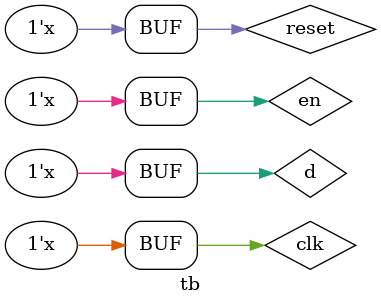
<source format=v>
module dff_en (input wire clk, reset, en, output wire d, output reg q);
    always @ (posedge clk, posedge reset)
        if (reset) q <= 1'b0;
        else if (en) q <= d;
endmodule

module tb;
	reg clk =0, reset=0, en = 1;
	wire q;
	reg d = 0;
	always #1 clk = !clk;
	always #2 reset = !reset;
	always #2 en = !en;
	always #1 d = !d;

initial
    begin
        $dumpfile("dff.vcd"); 
        $dumpvars;
    end
endmodule
	



</source>
